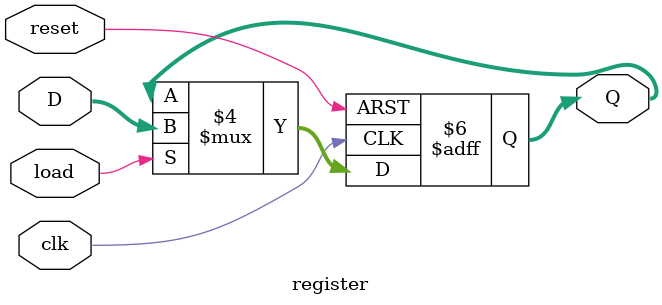
<source format=v>
`timescale 1ns / 1ps


module register(
   input clk , load , reset ,
   input [7:0] D ,
   output reg [7:0] Q 
    );
    always @ ( negedge clk or negedge reset) begin 
    
        
        if (!reset) 
            Q <= 'b0 ;
        else if (load)
            Q <= D ;
        else 
            Q <= Q ;
    
    
    end
endmodule

</source>
